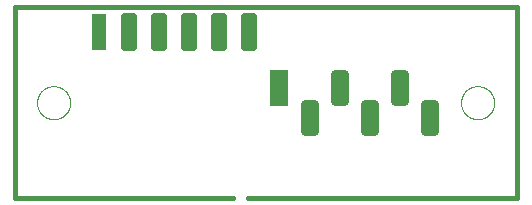
<source format=gtp>
G75*
%MOIN*%
%OFA0B0*%
%FSLAX25Y25*%
%IPPOS*%
%LPD*%
%AMOC8*
5,1,8,0,0,1.08239X$1,22.5*
%
%ADD10C,0.01600*%
%ADD11C,0.00000*%
%ADD12R,0.05000X0.12480*%
%ADD13C,0.02500*%
%ADD14C,0.03000*%
%ADD15R,0.06000X0.12000*%
D10*
X0001800Y0033343D02*
X0074300Y0033343D01*
X0079550Y0033343D02*
X0169050Y0033343D01*
X0169050Y0096843D01*
X0001800Y0096843D01*
X0001800Y0033343D01*
D11*
X0009117Y0065000D02*
X0009119Y0065148D01*
X0009125Y0065296D01*
X0009135Y0065444D01*
X0009149Y0065591D01*
X0009167Y0065738D01*
X0009188Y0065884D01*
X0009214Y0066030D01*
X0009244Y0066175D01*
X0009277Y0066319D01*
X0009315Y0066462D01*
X0009356Y0066604D01*
X0009401Y0066745D01*
X0009449Y0066885D01*
X0009502Y0067024D01*
X0009558Y0067161D01*
X0009618Y0067296D01*
X0009681Y0067430D01*
X0009748Y0067562D01*
X0009819Y0067692D01*
X0009893Y0067820D01*
X0009970Y0067946D01*
X0010051Y0068070D01*
X0010135Y0068192D01*
X0010222Y0068311D01*
X0010313Y0068428D01*
X0010407Y0068543D01*
X0010503Y0068655D01*
X0010603Y0068765D01*
X0010705Y0068871D01*
X0010811Y0068975D01*
X0010919Y0069076D01*
X0011030Y0069174D01*
X0011143Y0069270D01*
X0011259Y0069362D01*
X0011377Y0069451D01*
X0011498Y0069536D01*
X0011621Y0069619D01*
X0011746Y0069698D01*
X0011873Y0069774D01*
X0012002Y0069846D01*
X0012133Y0069915D01*
X0012266Y0069980D01*
X0012401Y0070041D01*
X0012537Y0070099D01*
X0012674Y0070154D01*
X0012813Y0070204D01*
X0012954Y0070251D01*
X0013095Y0070294D01*
X0013238Y0070334D01*
X0013382Y0070369D01*
X0013526Y0070401D01*
X0013672Y0070428D01*
X0013818Y0070452D01*
X0013965Y0070472D01*
X0014112Y0070488D01*
X0014259Y0070500D01*
X0014407Y0070508D01*
X0014555Y0070512D01*
X0014703Y0070512D01*
X0014851Y0070508D01*
X0014999Y0070500D01*
X0015146Y0070488D01*
X0015293Y0070472D01*
X0015440Y0070452D01*
X0015586Y0070428D01*
X0015732Y0070401D01*
X0015876Y0070369D01*
X0016020Y0070334D01*
X0016163Y0070294D01*
X0016304Y0070251D01*
X0016445Y0070204D01*
X0016584Y0070154D01*
X0016721Y0070099D01*
X0016857Y0070041D01*
X0016992Y0069980D01*
X0017125Y0069915D01*
X0017256Y0069846D01*
X0017385Y0069774D01*
X0017512Y0069698D01*
X0017637Y0069619D01*
X0017760Y0069536D01*
X0017881Y0069451D01*
X0017999Y0069362D01*
X0018115Y0069270D01*
X0018228Y0069174D01*
X0018339Y0069076D01*
X0018447Y0068975D01*
X0018553Y0068871D01*
X0018655Y0068765D01*
X0018755Y0068655D01*
X0018851Y0068543D01*
X0018945Y0068428D01*
X0019036Y0068311D01*
X0019123Y0068192D01*
X0019207Y0068070D01*
X0019288Y0067946D01*
X0019365Y0067820D01*
X0019439Y0067692D01*
X0019510Y0067562D01*
X0019577Y0067430D01*
X0019640Y0067296D01*
X0019700Y0067161D01*
X0019756Y0067024D01*
X0019809Y0066885D01*
X0019857Y0066745D01*
X0019902Y0066604D01*
X0019943Y0066462D01*
X0019981Y0066319D01*
X0020014Y0066175D01*
X0020044Y0066030D01*
X0020070Y0065884D01*
X0020091Y0065738D01*
X0020109Y0065591D01*
X0020123Y0065444D01*
X0020133Y0065296D01*
X0020139Y0065148D01*
X0020141Y0065000D01*
X0020139Y0064852D01*
X0020133Y0064704D01*
X0020123Y0064556D01*
X0020109Y0064409D01*
X0020091Y0064262D01*
X0020070Y0064116D01*
X0020044Y0063970D01*
X0020014Y0063825D01*
X0019981Y0063681D01*
X0019943Y0063538D01*
X0019902Y0063396D01*
X0019857Y0063255D01*
X0019809Y0063115D01*
X0019756Y0062976D01*
X0019700Y0062839D01*
X0019640Y0062704D01*
X0019577Y0062570D01*
X0019510Y0062438D01*
X0019439Y0062308D01*
X0019365Y0062180D01*
X0019288Y0062054D01*
X0019207Y0061930D01*
X0019123Y0061808D01*
X0019036Y0061689D01*
X0018945Y0061572D01*
X0018851Y0061457D01*
X0018755Y0061345D01*
X0018655Y0061235D01*
X0018553Y0061129D01*
X0018447Y0061025D01*
X0018339Y0060924D01*
X0018228Y0060826D01*
X0018115Y0060730D01*
X0017999Y0060638D01*
X0017881Y0060549D01*
X0017760Y0060464D01*
X0017637Y0060381D01*
X0017512Y0060302D01*
X0017385Y0060226D01*
X0017256Y0060154D01*
X0017125Y0060085D01*
X0016992Y0060020D01*
X0016857Y0059959D01*
X0016721Y0059901D01*
X0016584Y0059846D01*
X0016445Y0059796D01*
X0016304Y0059749D01*
X0016163Y0059706D01*
X0016020Y0059666D01*
X0015876Y0059631D01*
X0015732Y0059599D01*
X0015586Y0059572D01*
X0015440Y0059548D01*
X0015293Y0059528D01*
X0015146Y0059512D01*
X0014999Y0059500D01*
X0014851Y0059492D01*
X0014703Y0059488D01*
X0014555Y0059488D01*
X0014407Y0059492D01*
X0014259Y0059500D01*
X0014112Y0059512D01*
X0013965Y0059528D01*
X0013818Y0059548D01*
X0013672Y0059572D01*
X0013526Y0059599D01*
X0013382Y0059631D01*
X0013238Y0059666D01*
X0013095Y0059706D01*
X0012954Y0059749D01*
X0012813Y0059796D01*
X0012674Y0059846D01*
X0012537Y0059901D01*
X0012401Y0059959D01*
X0012266Y0060020D01*
X0012133Y0060085D01*
X0012002Y0060154D01*
X0011873Y0060226D01*
X0011746Y0060302D01*
X0011621Y0060381D01*
X0011498Y0060464D01*
X0011377Y0060549D01*
X0011259Y0060638D01*
X0011143Y0060730D01*
X0011030Y0060826D01*
X0010919Y0060924D01*
X0010811Y0061025D01*
X0010705Y0061129D01*
X0010603Y0061235D01*
X0010503Y0061345D01*
X0010407Y0061457D01*
X0010313Y0061572D01*
X0010222Y0061689D01*
X0010135Y0061808D01*
X0010051Y0061930D01*
X0009970Y0062054D01*
X0009893Y0062180D01*
X0009819Y0062308D01*
X0009748Y0062438D01*
X0009681Y0062570D01*
X0009618Y0062704D01*
X0009558Y0062839D01*
X0009502Y0062976D01*
X0009449Y0063115D01*
X0009401Y0063255D01*
X0009356Y0063396D01*
X0009315Y0063538D01*
X0009277Y0063681D01*
X0009244Y0063825D01*
X0009214Y0063970D01*
X0009188Y0064116D01*
X0009167Y0064262D01*
X0009149Y0064409D01*
X0009135Y0064556D01*
X0009125Y0064704D01*
X0009119Y0064852D01*
X0009117Y0065000D01*
X0150455Y0065008D02*
X0150457Y0065156D01*
X0150463Y0065304D01*
X0150473Y0065452D01*
X0150487Y0065599D01*
X0150505Y0065746D01*
X0150526Y0065892D01*
X0150552Y0066038D01*
X0150582Y0066183D01*
X0150615Y0066327D01*
X0150653Y0066470D01*
X0150694Y0066612D01*
X0150739Y0066753D01*
X0150787Y0066893D01*
X0150840Y0067032D01*
X0150896Y0067169D01*
X0150956Y0067304D01*
X0151019Y0067438D01*
X0151086Y0067570D01*
X0151157Y0067700D01*
X0151231Y0067828D01*
X0151308Y0067954D01*
X0151389Y0068078D01*
X0151473Y0068200D01*
X0151560Y0068319D01*
X0151651Y0068436D01*
X0151745Y0068551D01*
X0151841Y0068663D01*
X0151941Y0068773D01*
X0152043Y0068879D01*
X0152149Y0068983D01*
X0152257Y0069084D01*
X0152368Y0069182D01*
X0152481Y0069278D01*
X0152597Y0069370D01*
X0152715Y0069459D01*
X0152836Y0069544D01*
X0152959Y0069627D01*
X0153084Y0069706D01*
X0153211Y0069782D01*
X0153340Y0069854D01*
X0153471Y0069923D01*
X0153604Y0069988D01*
X0153739Y0070049D01*
X0153875Y0070107D01*
X0154012Y0070162D01*
X0154151Y0070212D01*
X0154292Y0070259D01*
X0154433Y0070302D01*
X0154576Y0070342D01*
X0154720Y0070377D01*
X0154864Y0070409D01*
X0155010Y0070436D01*
X0155156Y0070460D01*
X0155303Y0070480D01*
X0155450Y0070496D01*
X0155597Y0070508D01*
X0155745Y0070516D01*
X0155893Y0070520D01*
X0156041Y0070520D01*
X0156189Y0070516D01*
X0156337Y0070508D01*
X0156484Y0070496D01*
X0156631Y0070480D01*
X0156778Y0070460D01*
X0156924Y0070436D01*
X0157070Y0070409D01*
X0157214Y0070377D01*
X0157358Y0070342D01*
X0157501Y0070302D01*
X0157642Y0070259D01*
X0157783Y0070212D01*
X0157922Y0070162D01*
X0158059Y0070107D01*
X0158195Y0070049D01*
X0158330Y0069988D01*
X0158463Y0069923D01*
X0158594Y0069854D01*
X0158723Y0069782D01*
X0158850Y0069706D01*
X0158975Y0069627D01*
X0159098Y0069544D01*
X0159219Y0069459D01*
X0159337Y0069370D01*
X0159453Y0069278D01*
X0159566Y0069182D01*
X0159677Y0069084D01*
X0159785Y0068983D01*
X0159891Y0068879D01*
X0159993Y0068773D01*
X0160093Y0068663D01*
X0160189Y0068551D01*
X0160283Y0068436D01*
X0160374Y0068319D01*
X0160461Y0068200D01*
X0160545Y0068078D01*
X0160626Y0067954D01*
X0160703Y0067828D01*
X0160777Y0067700D01*
X0160848Y0067570D01*
X0160915Y0067438D01*
X0160978Y0067304D01*
X0161038Y0067169D01*
X0161094Y0067032D01*
X0161147Y0066893D01*
X0161195Y0066753D01*
X0161240Y0066612D01*
X0161281Y0066470D01*
X0161319Y0066327D01*
X0161352Y0066183D01*
X0161382Y0066038D01*
X0161408Y0065892D01*
X0161429Y0065746D01*
X0161447Y0065599D01*
X0161461Y0065452D01*
X0161471Y0065304D01*
X0161477Y0065156D01*
X0161479Y0065008D01*
X0161477Y0064860D01*
X0161471Y0064712D01*
X0161461Y0064564D01*
X0161447Y0064417D01*
X0161429Y0064270D01*
X0161408Y0064124D01*
X0161382Y0063978D01*
X0161352Y0063833D01*
X0161319Y0063689D01*
X0161281Y0063546D01*
X0161240Y0063404D01*
X0161195Y0063263D01*
X0161147Y0063123D01*
X0161094Y0062984D01*
X0161038Y0062847D01*
X0160978Y0062712D01*
X0160915Y0062578D01*
X0160848Y0062446D01*
X0160777Y0062316D01*
X0160703Y0062188D01*
X0160626Y0062062D01*
X0160545Y0061938D01*
X0160461Y0061816D01*
X0160374Y0061697D01*
X0160283Y0061580D01*
X0160189Y0061465D01*
X0160093Y0061353D01*
X0159993Y0061243D01*
X0159891Y0061137D01*
X0159785Y0061033D01*
X0159677Y0060932D01*
X0159566Y0060834D01*
X0159453Y0060738D01*
X0159337Y0060646D01*
X0159219Y0060557D01*
X0159098Y0060472D01*
X0158975Y0060389D01*
X0158850Y0060310D01*
X0158723Y0060234D01*
X0158594Y0060162D01*
X0158463Y0060093D01*
X0158330Y0060028D01*
X0158195Y0059967D01*
X0158059Y0059909D01*
X0157922Y0059854D01*
X0157783Y0059804D01*
X0157642Y0059757D01*
X0157501Y0059714D01*
X0157358Y0059674D01*
X0157214Y0059639D01*
X0157070Y0059607D01*
X0156924Y0059580D01*
X0156778Y0059556D01*
X0156631Y0059536D01*
X0156484Y0059520D01*
X0156337Y0059508D01*
X0156189Y0059500D01*
X0156041Y0059496D01*
X0155893Y0059496D01*
X0155745Y0059500D01*
X0155597Y0059508D01*
X0155450Y0059520D01*
X0155303Y0059536D01*
X0155156Y0059556D01*
X0155010Y0059580D01*
X0154864Y0059607D01*
X0154720Y0059639D01*
X0154576Y0059674D01*
X0154433Y0059714D01*
X0154292Y0059757D01*
X0154151Y0059804D01*
X0154012Y0059854D01*
X0153875Y0059909D01*
X0153739Y0059967D01*
X0153604Y0060028D01*
X0153471Y0060093D01*
X0153340Y0060162D01*
X0153211Y0060234D01*
X0153084Y0060310D01*
X0152959Y0060389D01*
X0152836Y0060472D01*
X0152715Y0060557D01*
X0152597Y0060646D01*
X0152481Y0060738D01*
X0152368Y0060834D01*
X0152257Y0060932D01*
X0152149Y0061033D01*
X0152043Y0061137D01*
X0151941Y0061243D01*
X0151841Y0061353D01*
X0151745Y0061465D01*
X0151651Y0061580D01*
X0151560Y0061697D01*
X0151473Y0061816D01*
X0151389Y0061938D01*
X0151308Y0062062D01*
X0151231Y0062188D01*
X0151157Y0062316D01*
X0151086Y0062446D01*
X0151019Y0062578D01*
X0150956Y0062712D01*
X0150896Y0062847D01*
X0150840Y0062984D01*
X0150787Y0063123D01*
X0150739Y0063263D01*
X0150694Y0063404D01*
X0150653Y0063546D01*
X0150615Y0063689D01*
X0150582Y0063833D01*
X0150552Y0063978D01*
X0150526Y0064124D01*
X0150505Y0064270D01*
X0150487Y0064417D01*
X0150473Y0064564D01*
X0150463Y0064712D01*
X0150457Y0064860D01*
X0150455Y0065008D01*
D12*
X0029800Y0088593D03*
D13*
X0041050Y0093583D02*
X0041050Y0083603D01*
X0038550Y0083603D01*
X0038550Y0093583D01*
X0041050Y0093583D01*
X0041050Y0086102D02*
X0038550Y0086102D01*
X0038550Y0088601D02*
X0041050Y0088601D01*
X0041050Y0091100D02*
X0038550Y0091100D01*
X0051050Y0093583D02*
X0051050Y0083603D01*
X0048550Y0083603D01*
X0048550Y0093583D01*
X0051050Y0093583D01*
X0051050Y0086102D02*
X0048550Y0086102D01*
X0048550Y0088601D02*
X0051050Y0088601D01*
X0051050Y0091100D02*
X0048550Y0091100D01*
X0061050Y0093583D02*
X0061050Y0083603D01*
X0058550Y0083603D01*
X0058550Y0093583D01*
X0061050Y0093583D01*
X0061050Y0086102D02*
X0058550Y0086102D01*
X0058550Y0088601D02*
X0061050Y0088601D01*
X0061050Y0091100D02*
X0058550Y0091100D01*
X0071050Y0093583D02*
X0071050Y0083603D01*
X0068550Y0083603D01*
X0068550Y0093583D01*
X0071050Y0093583D01*
X0071050Y0086102D02*
X0068550Y0086102D01*
X0068550Y0088601D02*
X0071050Y0088601D01*
X0071050Y0091100D02*
X0068550Y0091100D01*
X0081050Y0093583D02*
X0081050Y0083603D01*
X0078550Y0083603D01*
X0078550Y0093583D01*
X0081050Y0093583D01*
X0081050Y0086102D02*
X0078550Y0086102D01*
X0078550Y0088601D02*
X0081050Y0088601D01*
X0081050Y0091100D02*
X0078550Y0091100D01*
D14*
X0111300Y0074508D02*
X0111300Y0065508D01*
X0108300Y0065508D01*
X0108300Y0074508D01*
X0111300Y0074508D01*
X0111300Y0068507D02*
X0108300Y0068507D01*
X0108300Y0071506D02*
X0111300Y0071506D01*
X0111300Y0074505D02*
X0108300Y0074505D01*
X0101300Y0064508D02*
X0101300Y0055508D01*
X0098300Y0055508D01*
X0098300Y0064508D01*
X0101300Y0064508D01*
X0101300Y0058507D02*
X0098300Y0058507D01*
X0098300Y0061506D02*
X0101300Y0061506D01*
X0101300Y0064505D02*
X0098300Y0064505D01*
X0121300Y0064508D02*
X0121300Y0055508D01*
X0118300Y0055508D01*
X0118300Y0064508D01*
X0121300Y0064508D01*
X0121300Y0058507D02*
X0118300Y0058507D01*
X0118300Y0061506D02*
X0121300Y0061506D01*
X0121300Y0064505D02*
X0118300Y0064505D01*
X0131300Y0065508D02*
X0131300Y0074508D01*
X0131300Y0065508D02*
X0128300Y0065508D01*
X0128300Y0074508D01*
X0131300Y0074508D01*
X0131300Y0068507D02*
X0128300Y0068507D01*
X0128300Y0071506D02*
X0131300Y0071506D01*
X0131300Y0074505D02*
X0128300Y0074505D01*
X0141300Y0064508D02*
X0141300Y0055508D01*
X0138300Y0055508D01*
X0138300Y0064508D01*
X0141300Y0064508D01*
X0141300Y0058507D02*
X0138300Y0058507D01*
X0138300Y0061506D02*
X0141300Y0061506D01*
X0141300Y0064505D02*
X0138300Y0064505D01*
D15*
X0089800Y0070008D03*
M02*

</source>
